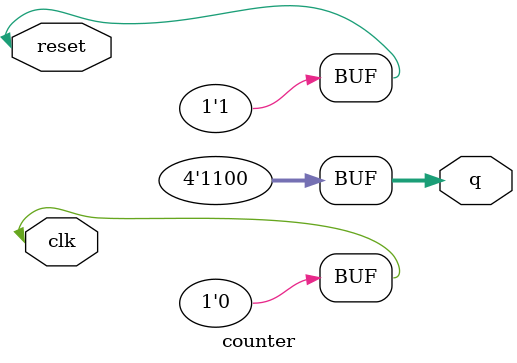
<source format=v>
module counter( 
    input clk,
    input reset,
    output reg [3:0] q
); 
// update q on the positive edge of the clock according to the following cases:
// on reset, assign q to 1
// else if q is 12, assign q to 1
// else, increment q by 1 
initial begin
    q = 1;
end 

// The next two functions are a clock for the counter that counts from 1 to 12
// The second function is a clock for a LED connected to the GPIO pin 0
initial begin
    clk = 1;
    reset = 1;
    q = 0;
end

// This is a clock for the LED that is connected to the GPIO pin 0
initial begin
    clk = 0;
end

// This is a function that is called when the counter reaches 12
// The function will turn on the LED.
// The function is called from the user code.
// The function is a clock to the GPIO pin 0.
initial begin
    q = 12;
end
endmodule

</source>
